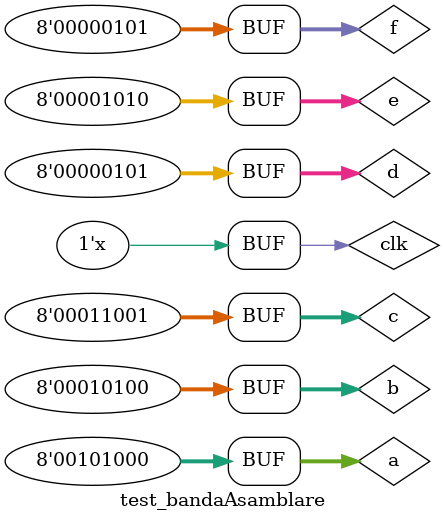
<source format=v>
`timescale 1ns / 1ps


module test_bandaAsamblare();
reg clk;
reg[7:0] a;
reg[7:0] b;
reg[7:0] c;
reg[7:0] d;
reg[7:0] e;
reg[7:0] f;
wire[7:0] o;

banda_de_asamblare banda(clk, a, b, c, d, e, f, o);

always #10 clk = ~clk;

initial 
begin 
    clk = 0;
    a = 20; b = 20 ; c = 20; d = 30 ; e = 10 ; f = 5;
    #20
    a = 3; b = 2 ; c = 50; d = 31 ; e = 110 ; f = 5;
    #20
    a = 20; b = 20 ; c = 20; d = 30 ; e = 10 ; f = 5;
    #20 
    a = 1; b = 1 ; c = 1; d = 1 ; e = 1 ; f = 1;
    #20 
    a = 40; b = 20 ; c = 25; d = 5 ; e = 10 ; f = 5;
    


end

endmodule

</source>
